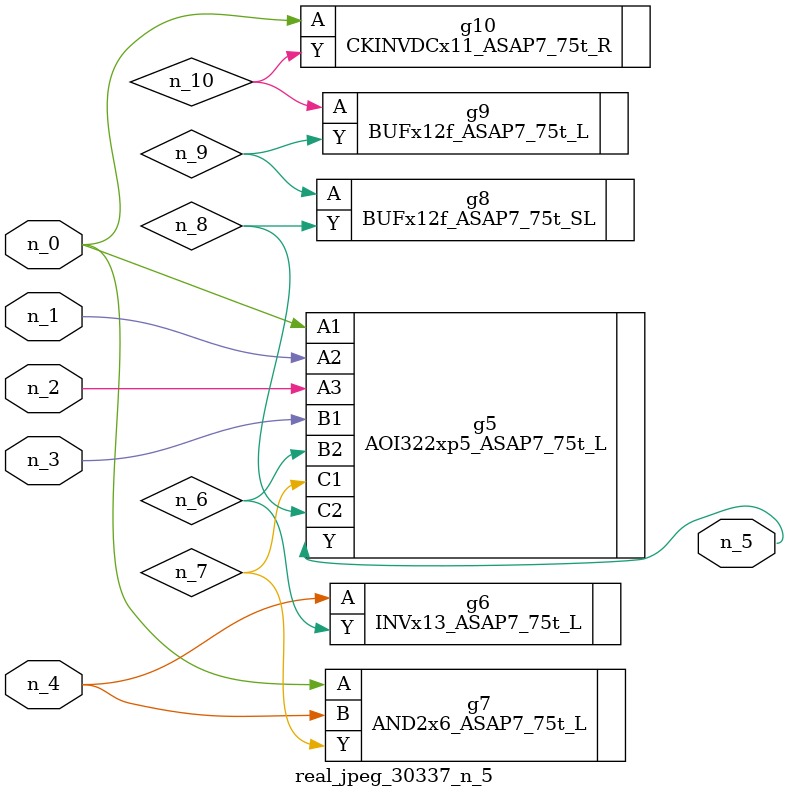
<source format=v>
module real_jpeg_30337_n_5 (n_4, n_0, n_1, n_2, n_3, n_5);

input n_4;
input n_0;
input n_1;
input n_2;
input n_3;

output n_5;

wire n_8;
wire n_6;
wire n_7;
wire n_10;
wire n_9;

AOI322xp5_ASAP7_75t_L g5 ( 
.A1(n_0),
.A2(n_1),
.A3(n_2),
.B1(n_3),
.B2(n_6),
.C1(n_7),
.C2(n_8),
.Y(n_5)
);

AND2x6_ASAP7_75t_L g7 ( 
.A(n_0),
.B(n_4),
.Y(n_7)
);

CKINVDCx11_ASAP7_75t_R g10 ( 
.A(n_0),
.Y(n_10)
);

INVx13_ASAP7_75t_L g6 ( 
.A(n_4),
.Y(n_6)
);

BUFx12f_ASAP7_75t_SL g8 ( 
.A(n_9),
.Y(n_8)
);

BUFx12f_ASAP7_75t_L g9 ( 
.A(n_10),
.Y(n_9)
);


endmodule
</source>
